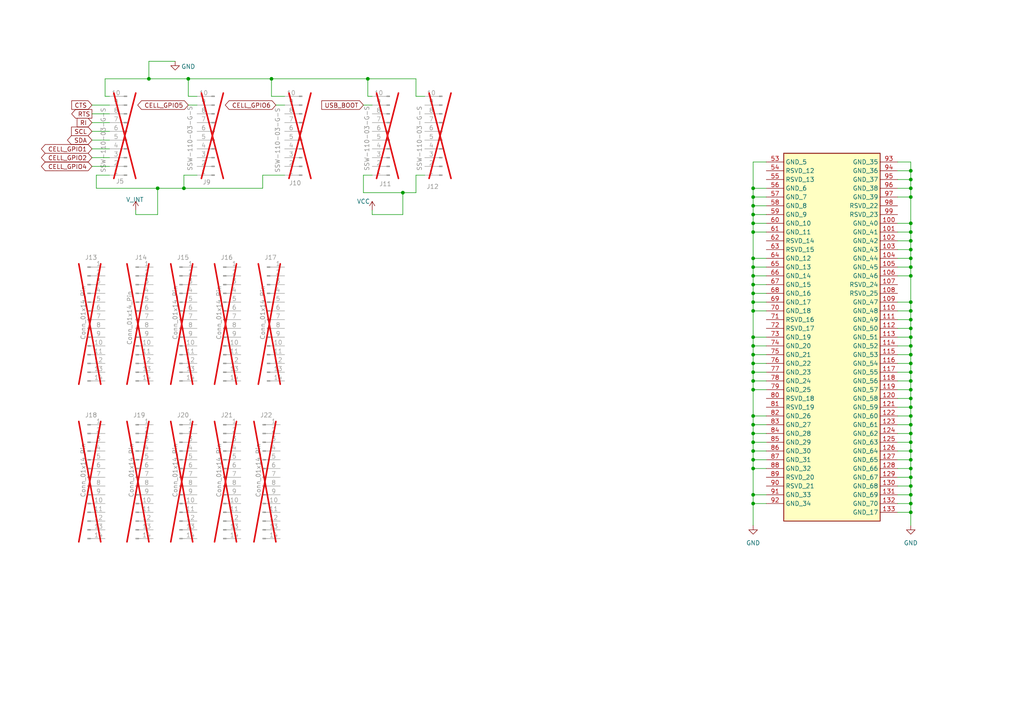
<source format=kicad_sch>
(kicad_sch (version 20250114) (generator "eeschema") (generator_version "9.0")
  (paper "A4")
  (lib_symbols
    (symbol "Connector:Conn_01x14_Pin" (pin_names (offset 1.016) (hide yes))
      (property "Reference" "J" (at 0 17.78 0))
      (property "Value" "Conn_01x14_Pin" (at 0 -20.32 0))
      (symbol "Conn_01x14_Pin_1_1"
        (rectangle (start 0.8636 15.367) (end 0 15.113) (stroke (width 0.1524)) (fill (type outline)))
        (rectangle (start 0.8636 12.827) (end 0 12.573) (stroke (width 0.1524)) (fill (type outline)))
        (rectangle (start 0.8636 10.287) (end 0 10.033) (stroke (width 0.1524)) (fill (type outline)))
        (rectangle (start 0.8636 7.747) (end 0 7.493) (stroke (width 0.1524)) (fill (type outline)))
        (rectangle (start 0.8636 5.207) (end 0 4.953) (stroke (width 0.1524)) (fill (type outline)))
        (rectangle (start 0.8636 2.667) (end 0 2.413) (stroke (width 0.1524)) (fill (type outline)))
        (rectangle (start 0.8636 0.127) (end 0 -0.127) (stroke (width 0.1524)) (fill (type outline)))
        (rectangle (start 0.8636 -2.413) (end 0 -2.667) (stroke (width 0.1524)) (fill (type outline)))
        (rectangle (start 0.8636 -4.953) (end 0 -5.207) (stroke (width 0.1524)) (fill (type outline)))
        (rectangle (start 0.8636 -7.493) (end 0 -7.747) (stroke (width 0.1524)) (fill (type outline)))
        (rectangle (start 0.8636 -10.033) (end 0 -10.287) (stroke (width 0.1524)) (fill (type outline)))
        (rectangle (start 0.8636 -12.573) (end 0 -12.827) (stroke (width 0.1524)) (fill (type outline)))
        (rectangle (start 0.8636 -15.113) (end 0 -15.367) (stroke (width 0.1524)) (fill (type outline)))
        (rectangle (start 0.8636 -17.653) (end 0 -17.907) (stroke (width 0.1524)) (fill (type outline)))
        (polyline (pts (xy 1.27 15.24) (xy 0.8636 15.24)) (stroke (width 0.1524)))
        (polyline (pts (xy 1.27 12.7) (xy 0.8636 12.7)) (stroke (width 0.1524)))
        (polyline (pts (xy 1.27 10.16) (xy 0.8636 10.16)) (stroke (width 0.1524)))
        (polyline (pts (xy 1.27 7.62) (xy 0.8636 7.62)) (stroke (width 0.1524)))
        (polyline (pts (xy 1.27 5.08) (xy 0.8636 5.08)) (stroke (width 0.1524)))
        (polyline (pts (xy 1.27 2.54) (xy 0.8636 2.54)) (stroke (width 0.1524)))
        (polyline (pts (xy 1.27 0) (xy 0.8636 0)) (stroke (width 0.1524)))
        (polyline (pts (xy 1.27 -2.54) (xy 0.8636 -2.54)) (stroke (width 0.1524)))
        (polyline (pts (xy 1.27 -5.08) (xy 0.8636 -5.08)) (stroke (width 0.1524)))
        (polyline (pts (xy 1.27 -7.62) (xy 0.8636 -7.62)) (stroke (width 0.1524)))
        (polyline (pts (xy 1.27 -10.16) (xy 0.8636 -10.16)) (stroke (width 0.1524)))
        (polyline (pts (xy 1.27 -12.7) (xy 0.8636 -12.7)) (stroke (width 0.1524)))
        (polyline (pts (xy 1.27 -15.24) (xy 0.8636 -15.24)) (stroke (width 0.1524)))
        (polyline (pts (xy 1.27 -17.78) (xy 0.8636 -17.78)) (stroke (width 0.1524)))
        (pin passive line (at 5.08 15.24 180) (length 3.81) (name "Pin_1") (number "1"))
        (pin passive line (at 5.08 12.7 180) (length 3.81) (name "Pin_2") (number "2"))
        (pin passive line (at 5.08 10.16 180) (length 3.81) (name "Pin_3") (number "3"))
        (pin passive line (at 5.08 7.62 180) (length 3.81) (name "Pin_4") (number "4"))
        (pin passive line (at 5.08 5.08 180) (length 3.81) (name "Pin_5") (number "5"))
        (pin passive line (at 5.08 2.54 180) (length 3.81) (name "Pin_6") (number "6"))
        (pin passive line (at 5.08 0 180) (length 3.81) (name "Pin_7") (number "7"))
        (pin passive line (at 5.08 -2.54 180) (length 3.81) (name "Pin_8") (number "8"))
        (pin passive line (at 5.08 -5.08 180) (length 3.81) (name "Pin_9") (number "9"))
        (pin passive line (at 5.08 -7.62 180) (length 3.81) (name "Pin_10") (number "10"))
        (pin passive line (at 5.08 -10.16 180) (length 3.81) (name "Pin_11") (number "11"))
        (pin passive line (at 5.08 -12.7 180) (length 3.81) (name "Pin_12") (number "12"))
        (pin passive line (at 5.08 -15.24 180) (length 3.81) (name "Pin_13") (number "13"))
        (pin passive line (at 5.08 -17.78 180) (length 3.81) (name "Pin_14") (number "14"))
      )
    )
    (symbol "power:GND" (power) (pin_numbers (hide yes)) (pin_names (offset 0) (hide yes))
      (property "Value" "GND" (at 0 -3.81 0))
      (symbol "GND_0_1"
        (polyline (pts (xy 0 0) (xy 0 -1.27) (xy 1.27 -1.27) (xy 0 -2.54) (xy -1.27 -1.27) (xy 0 -1.27)))
      )
      (symbol "GND_1_1"
        (pin power_in line (at 0 0 270) (length 0) (name "~") (number "1"))
      )
    )
    (symbol "power:VCC" (power) (pin_numbers (hide yes)) (pin_names (offset 0) (hide yes))
      (property "Value" "VCC" (at 0 3.556 0))
      (symbol "VCC_0_1"
        (polyline (pts (xy -0.762 1.27) (xy 0 2.54)))
        (polyline (pts (xy 0 2.54) (xy 0.762 1.27)))
        (polyline (pts (xy 0 0) (xy 0 2.54)))
      )
      (symbol "VCC_1_1"
        (pin power_in line (at 0 0 90) (length 0) (name "~") (number "1"))
      )
    )
    (symbol "shield_design_library:LEXI-R10801D-00B-00"
      (symbol "LEXI-R10801D-00B-00_1_1"
        (rectangle (start 7.62 7.62) (end 57.15 -41.91) (stroke (width 0.254)) (fill (type background)))
        (pin passive line (at 2.54 0 0) (length 5.08) (name "GND_1") (number "1"))
        (pin passive line (at 2.54 -2.54 0) (length 5.08) (name "RSVD_1") (number "2"))
        (pin passive line (at 2.54 -5.08 0) (length 5.08) (name "GND_2") (number "3"))
        (pin passive line (at 2.54 -7.62 0) (length 5.08) (name "RXD") (number "4"))
        (pin passive line (at 2.54 -10.16 0) (length 5.08) (name "TXD") (number "5"))
        (pin passive line (at 2.54 -12.7 0) (length 5.08) (name "CTS") (number "6"))
        (pin passive line (at 2.54 -15.24 0) (length 5.08) (name "RTS") (number "7"))
        (pin passive line (at 2.54 -17.78 0) (length 5.08) (name "DCD") (number "8"))
        (pin passive line (at 2.54 -20.32 0) (length 5.08) (name "DTR") (number "9"))
        (pin passive line (at 2.54 -22.86 0) (length 5.08) (name "RI") (number "10"))
        (pin passive line (at 2.54 -25.4 0) (length 5.08) (name "DSR") (number "11"))
        (pin passive line (at 2.54 -27.94 0) (length 5.08) (name "SCL") (number "12"))
        (pin passive line (at 2.54 -30.48 0) (length 5.08) (name "SDA") (number "13"))
        (pin passive line (at 16.51 12.7 270) (length 5.08) (name "GND_4") (number "52"))
        (pin passive line (at 16.51 -46.99 90) (length 5.08) (name "GPIO1") (number "14"))
        (pin passive line (at 19.05 12.7 270) (length 5.08) (name "ANT") (number "51"))
        (pin passive line (at 19.05 -46.99 90) (length 5.08) (name "GPIO2") (number "15"))
        (pin passive line (at 21.59 12.7 270) (length 5.08) (name "GND_3") (number "50"))
        (pin passive line (at 21.59 -46.99 90) (length 5.08) (name "GPIO3") (number "16"))
        (pin passive line (at 24.13 12.7 270) (length 5.08) (name "ANT_DET") (number "49"))
        (pin passive line (at 24.13 -46.99 90) (length 5.08) (name "GPIO4") (number "17"))
        (pin passive line (at 26.67 12.7 270) (length 5.08) (name "USB_BOOT") (number "48"))
        (pin passive line (at 26.67 -46.99 90) (length 5.08) (name "GPIO5") (number "18"))
        (pin passive line (at 29.21 12.7 270) (length 5.08) (name "RSVD_11") (number "47"))
        (pin passive line (at 29.21 -46.99 90) (length 5.08) (name "RSVD_2") (number "19"))
        (pin passive line (at 31.75 12.7 270) (length 5.08) (name "RSVD_10") (number "46"))
        (pin passive line (at 31.75 -46.99 90) (length 5.08) (name "USB_D-") (number "20"))
        (pin passive line (at 34.29 12.7 270) (length 5.08) (name "RFCTRL1") (number "45"))
        (pin passive line (at 34.29 -46.99 90) (length 5.08) (name "USB_D+") (number "21"))
        (pin passive line (at 36.83 12.7 270) (length 5.08) (name "RFCTRL2") (number "44"))
        (pin passive line (at 36.83 -46.99 90) (length 5.08) (name "RSVD_3") (number "22"))
        (pin passive line (at 39.37 12.7 270) (length 5.08) (name "V_INT") (number "43"))
        (pin passive line (at 39.37 -46.99 90) (length 5.08) (name "GPIO7") (number "23"))
        (pin passive line (at 41.91 12.7 270) (length 5.08) (name "VCC_3") (number "42"))
        (pin passive line (at 41.91 -46.99 90) (length 5.08) (name "GPIO8") (number "24"))
        (pin passive line (at 44.45 12.7 270) (length 5.08) (name "VCC_2") (number "41"))
        (pin passive line (at 44.45 -46.99 90) (length 5.08) (name "GPIO9") (number "25"))
        (pin passive line (at 46.99 12.7 270) (length 5.08) (name "VCC_1") (number "40"))
        (pin passive line (at 46.99 -46.99 90) (length 5.08) (name "GPIO10") (number "26"))
        (pin passive line (at 62.23 0 180) (length 5.08) (name "RSVD_9") (number "39"))
        (pin passive line (at 62.23 -2.54 180) (length 5.08) (name "RSVD_8") (number "38"))
        (pin passive line (at 62.23 -5.08 180) (length 5.08) (name "RSVD_7") (number "37"))
        (pin passive line (at 62.23 -7.62 180) (length 5.08) (name "RSVD_6") (number "36"))
        (pin passive line (at 62.23 -10.16 180) (length 5.08) (name "RSVD_5") (number "35"))
        (pin passive line (at 62.23 -12.7 180) (length 5.08) (name "RSVD_4") (number "34"))
        (pin passive line (at 62.23 -15.24 180) (length 5.08) (name "VSIM") (number "33"))
        (pin passive line (at 62.23 -17.78 180) (length 5.08) (name "SIM_IO") (number "32"))
        (pin passive line (at 62.23 -20.32 180) (length 5.08) (name "SIM_CLK") (number "31"))
        (pin passive line (at 62.23 -22.86 180) (length 5.08) (name "SIM_RST") (number "30"))
        (pin passive line (at 62.23 -25.4 180) (length 5.08) (name "GPIO6") (number "29"))
        (pin passive line (at 62.23 -27.94 180) (length 5.08) (name "RESET_N") (number "28"))
        (pin passive line (at 62.23 -30.48 180) (length 5.08) (name "PWR_ON") (number "27"))
      )
      (symbol "LEXI-R10801D-00B-00_2_1"
        (rectangle (start 11.43 -2.54) (end 39.37 -109.22) (stroke (width 0.254)) (fill (type background)))
        (pin passive line (at 6.35 -5.08 0) (length 5.08) (name "GND_5") (number "53"))
        (pin passive line (at 6.35 -7.62 0) (length 5.08) (name "RSVD_12") (number "54"))
        (pin passive line (at 6.35 -10.16 0) (length 5.08) (name "RSVD_13") (number "55"))
        (pin passive line (at 6.35 -12.7 0) (length 5.08) (name "GND_6") (number "56"))
        (pin passive line (at 6.35 -15.24 0) (length 5.08) (name "GND_7") (number "57"))
        (pin passive line (at 6.35 -17.78 0) (length 5.08) (name "GND_8") (number "58"))
        (pin passive line (at 6.35 -20.32 0) (length 5.08) (name "GND_9") (number "59"))
        (pin passive line (at 6.35 -22.86 0) (length 5.08) (name "GND_10") (number "60"))
        (pin passive line (at 6.35 -25.4 0) (length 5.08) (name "GND_11") (number "61"))
        (pin passive line (at 6.35 -27.94 0) (length 5.08) (name "RSVD_14") (number "62"))
        (pin passive line (at 6.35 -30.48 0) (length 5.08) (name "RSVD_15") (number "63"))
        (pin passive line (at 6.35 -33.02 0) (length 5.08) (name "GND_12") (number "64"))
        (pin passive line (at 6.35 -35.56 0) (length 5.08) (name "GND_13") (number "65"))
        (pin passive line (at 6.35 -38.1 0) (length 5.08) (name "GND_14") (number "66"))
        (pin passive line (at 6.35 -40.64 0) (length 5.08) (name "GND_15") (number "67"))
        (pin passive line (at 6.35 -43.18 0) (length 5.08) (name "GND_16") (number "68"))
        (pin passive line (at 6.35 -45.72 0) (length 5.08) (name "GND_17") (number "69"))
        (pin passive line (at 6.35 -48.26 0) (length 5.08) (name "GND_18") (number "70"))
        (pin passive line (at 6.35 -50.8 0) (length 5.08) (name "RSVD_16") (number "71"))
        (pin passive line (at 6.35 -53.34 0) (length 5.08) (name "RSVD_17") (number "72"))
        (pin passive line (at 6.35 -55.88 0) (length 5.08) (name "GND_19") (number "73"))
        (pin passive line (at 6.35 -58.42 0) (length 5.08) (name "GND_20") (number "74"))
        (pin passive line (at 6.35 -60.96 0) (length 5.08) (name "GND_21") (number "75"))
        (pin passive line (at 6.35 -63.5 0) (length 5.08) (name "GND_22") (number "76"))
        (pin passive line (at 6.35 -66.04 0) (length 5.08) (name "GND_23") (number "77"))
        (pin passive line (at 6.35 -68.58 0) (length 5.08) (name "GND_24") (number "78"))
        (pin passive line (at 6.35 -71.12 0) (length 5.08) (name "GND_25") (number "79"))
        (pin passive line (at 6.35 -73.66 0) (length 5.08) (name "RSVD_18") (number "80"))
        (pin passive line (at 6.35 -76.2 0) (length 5.08) (name "RSVD_19") (number "81"))
        (pin passive line (at 6.35 -78.74 0) (length 5.08) (name "GND_26") (number "82"))
        (pin passive line (at 6.35 -81.28 0) (length 5.08) (name "GND_27") (number "83"))
        (pin passive line (at 6.35 -83.82 0) (length 5.08) (name "GND_28") (number "84"))
        (pin passive line (at 6.35 -86.36 0) (length 5.08) (name "GND_29") (number "85"))
        (pin passive line (at 6.35 -88.9 0) (length 5.08) (name "GND_30") (number "86"))
        (pin passive line (at 6.35 -91.44 0) (length 5.08) (name "GND_31") (number "87"))
        (pin passive line (at 6.35 -93.98 0) (length 5.08) (name "GND_32") (number "88"))
        (pin passive line (at 6.35 -96.52 0) (length 5.08) (name "RSVD_20") (number "89"))
        (pin passive line (at 6.35 -99.06 0) (length 5.08) (name "RSVD_21") (number "90"))
        (pin passive line (at 6.35 -101.6 0) (length 5.08) (name "GND_33") (number "91"))
        (pin passive line (at 6.35 -104.14 0) (length 5.08) (name "GND_34") (number "92"))
        (pin passive line (at 44.45 -5.08 180) (length 5.08) (name "GND_35") (number "93"))
        (pin passive line (at 44.45 -7.62 180) (length 5.08) (name "GND_36") (number "94"))
        (pin passive line (at 44.45 -10.16 180) (length 5.08) (name "GND_37") (number "95"))
        (pin passive line (at 44.45 -12.7 180) (length 5.08) (name "GND_38") (number "96"))
        (pin passive line (at 44.45 -15.24 180) (length 5.08) (name "GND_39") (number "97"))
        (pin passive line (at 44.45 -17.78 180) (length 5.08) (name "RSVD_22") (number "98"))
        (pin passive line (at 44.45 -20.32 180) (length 5.08) (name "RSVD_23") (number "99"))
        (pin passive line (at 44.45 -22.86 180) (length 5.08) (name "GND_40") (number "100"))
        (pin passive line (at 44.45 -25.4 180) (length 5.08) (name "GND_41") (number "101"))
        (pin passive line (at 44.45 -27.94 180) (length 5.08) (name "GND_42") (number "102"))
        (pin passive line (at 44.45 -30.48 180) (length 5.08) (name "GND_43") (number "103"))
        (pin passive line (at 44.45 -33.02 180) (length 5.08) (name "GND_44") (number "104"))
        (pin passive line (at 44.45 -35.56 180) (length 5.08) (name "GND_45") (number "105"))
        (pin passive line (at 44.45 -38.1 180) (length 5.08) (name "GND_46") (number "106"))
        (pin passive line (at 44.45 -40.64 180) (length 5.08) (name "RSVD_24") (number "107"))
        (pin passive line (at 44.45 -43.18 180) (length 5.08) (name "RSVD_25") (number "108"))
        (pin passive line (at 44.45 -45.72 180) (length 5.08) (name "GND_47") (number "109"))
        (pin passive line (at 44.45 -48.26 180) (length 5.08) (name "GND_48") (number "110"))
        (pin passive line (at 44.45 -50.8 180) (length 5.08) (name "GND_49") (number "111"))
        (pin passive line (at 44.45 -53.34 180) (length 5.08) (name "GND_50") (number "112"))
        (pin passive line (at 44.45 -55.88 180) (length 5.08) (name "GND_51") (number "113"))
        (pin passive line (at 44.45 -58.42 180) (length 5.08) (name "GND_52") (number "114"))
        (pin passive line (at 44.45 -60.96 180) (length 5.08) (name "GND_53") (number "115"))
        (pin passive line (at 44.45 -63.5 180) (length 5.08) (name "GND_54") (number "116"))
        (pin passive line (at 44.45 -66.04 180) (length 5.08) (name "GND_55") (number "117"))
        (pin passive line (at 44.45 -68.58 180) (length 5.08) (name "GND_56") (number "118"))
        (pin passive line (at 44.45 -71.12 180) (length 5.08) (name "GND_57") (number "119"))
        (pin passive line (at 44.45 -73.66 180) (length 5.08) (name "GND_58") (number "120"))
        (pin passive line (at 44.45 -76.2 180) (length 5.08) (name "GND_59") (number "121"))
        (pin passive line (at 44.45 -78.74 180) (length 5.08) (name "GND_60") (number "122"))
        (pin passive line (at 44.45 -81.28 180) (length 5.08) (name "GND_61") (number "123"))
        (pin passive line (at 44.45 -83.82 180) (length 5.08) (name "GND_62") (number "124"))
        (pin passive line (at 44.45 -86.36 180) (length 5.08) (name "GND_63") (number "125"))
        (pin passive line (at 44.45 -88.9 180) (length 5.08) (name "GND_64") (number "126"))
        (pin passive line (at 44.45 -91.44 180) (length 5.08) (name "GND_65") (number "127"))
        (pin passive line (at 44.45 -93.98 180) (length 5.08) (name "GND_66") (number "128"))
        (pin passive line (at 44.45 -96.52 180) (length 5.08) (name "GND_67") (number "129"))
        (pin passive line (at 44.45 -99.06 180) (length 5.08) (name "GND_68") (number "130"))
        (pin passive line (at 44.45 -101.6 180) (length 5.08) (name "GND_69") (number "131"))
        (pin passive line (at 44.45 -104.14 180) (length 5.08) (name "GND_70") (number "132"))
        (pin passive line (at 44.45 -106.68 180) (length 5.08) (name "GND_17") (number "133"))
      )
    )
    (symbol "shield_design_library:SSW-110-03-G-S" (pin_names (offset 1.016) (hide yes))
      (property "Reference" "J" (at 0 12.7 0))
      (property "Value" "SSW-110-03-G-S" (at 0 -15.24 0))
      (symbol "SSW-110-03-G-S_1_1"
        (rectangle (start 0.8636 10.287) (end 0 10.033) (stroke (width 0.1524)) (fill (type outline)))
        (rectangle (start 0.8636 7.747) (end 0 7.493) (stroke (width 0.1524)) (fill (type outline)))
        (rectangle (start 0.8636 5.207) (end 0 4.953) (stroke (width 0.1524)) (fill (type outline)))
        (rectangle (start 0.8636 2.667) (end 0 2.413) (stroke (width 0.1524)) (fill (type outline)))
        (rectangle (start 0.8636 0.127) (end 0 -0.127) (stroke (width 0.1524)) (fill (type outline)))
        (rectangle (start 0.8636 -2.413) (end 0 -2.667) (stroke (width 0.1524)) (fill (type outline)))
        (rectangle (start 0.8636 -4.953) (end 0 -5.207) (stroke (width 0.1524)) (fill (type outline)))
        (rectangle (start 0.8636 -7.493) (end 0 -7.747) (stroke (width 0.1524)) (fill (type outline)))
        (rectangle (start 0.8636 -10.033) (end 0 -10.287) (stroke (width 0.1524)) (fill (type outline)))
        (rectangle (start 0.8636 -12.573) (end 0 -12.827) (stroke (width 0.1524)) (fill (type outline)))
        (polyline (pts (xy 1.27 10.16) (xy 0.8636 10.16)) (stroke (width 0.1524)))
        (polyline (pts (xy 1.27 7.62) (xy 0.8636 7.62)) (stroke (width 0.1524)))
        (polyline (pts (xy 1.27 5.08) (xy 0.8636 5.08)) (stroke (width 0.1524)))
        (polyline (pts (xy 1.27 2.54) (xy 0.8636 2.54)) (stroke (width 0.1524)))
        (polyline (pts (xy 1.27 0) (xy 0.8636 0)) (stroke (width 0.1524)))
        (polyline (pts (xy 1.27 -2.54) (xy 0.8636 -2.54)) (stroke (width 0.1524)))
        (polyline (pts (xy 1.27 -5.08) (xy 0.8636 -5.08)) (stroke (width 0.1524)))
        (polyline (pts (xy 1.27 -7.62) (xy 0.8636 -7.62)) (stroke (width 0.1524)))
        (polyline (pts (xy 1.27 -10.16) (xy 0.8636 -10.16)) (stroke (width 0.1524)))
        (polyline (pts (xy 1.27 -12.7) (xy 0.8636 -12.7)) (stroke (width 0.1524)))
        (pin passive line (at 5.08 10.16 180) (length 3.81) (name "Pin_1") (number "1"))
        (pin passive line (at 5.08 7.62 180) (length 3.81) (name "Pin_2") (number "2"))
        (pin passive line (at 5.08 5.08 180) (length 3.81) (name "Pin_3") (number "3"))
        (pin passive line (at 5.08 2.54 180) (length 3.81) (name "Pin_4") (number "4"))
        (pin passive line (at 5.08 0 180) (length 3.81) (name "Pin_5") (number "5"))
        (pin passive line (at 5.08 -2.54 180) (length 3.81) (name "Pin_6") (number "6"))
        (pin passive line (at 5.08 -5.08 180) (length 3.81) (name "Pin_7") (number "7"))
        (pin passive line (at 5.08 -7.62 180) (length 3.81) (name "Pin_8") (number "8"))
        (pin passive line (at 5.08 -10.16 180) (length 3.81) (name "Pin_9") (number "9"))
        (pin passive line (at 5.08 -12.7 180) (length 3.81) (name "Pin_10") (number "10"))
      )
    )
  )
  (junction (at 218.44 97.79))
  (junction (at 218.44 123.19))
  (junction (at 218.44 133.35))
  (junction (at 106.68 22.86))
  (junction (at 218.44 105.41))
  (junction (at 264.16 138.43))
  (junction (at 218.44 57.15))
  (junction (at 218.44 62.23))
  (junction (at 264.16 120.65))
  (junction (at 218.44 128.27))
  (junction (at 264.16 115.57))
  (junction (at 45.72 54.61))
  (junction (at 218.44 54.61))
  (junction (at 218.44 77.47))
  (junction (at 218.44 130.81))
  (junction (at 264.16 102.87))
  (junction (at 264.16 140.97))
  (junction (at 264.16 130.81))
  (junction (at 264.16 87.63))
  (junction (at 53.34 54.61))
  (junction (at 264.16 100.33))
  (junction (at 264.16 92.71))
  (junction (at 264.16 69.85))
  (junction (at 264.16 95.25))
  (junction (at 264.16 80.01))
  (junction (at 218.44 64.77))
  (junction (at 218.44 74.93))
  (junction (at 264.16 57.15))
  (junction (at 218.44 110.49))
  (junction (at 116.84 55.88))
  (junction (at 264.16 107.95))
  (junction (at 264.16 135.89))
  (junction (at 264.16 72.39))
  (junction (at 264.16 143.51))
  (junction (at 54.61 22.86))
  (junction (at 264.16 148.59))
  (junction (at 264.16 97.79))
  (junction (at 264.16 67.31))
  (junction (at 218.44 113.03))
  (junction (at 264.16 90.17))
  (junction (at 264.16 52.07))
  (junction (at 78.74 22.86))
  (junction (at 264.16 74.93))
  (junction (at 218.44 143.51))
  (junction (at 218.44 80.01))
  (junction (at 218.44 82.55))
  (junction (at 264.16 128.27))
  (junction (at 264.16 77.47))
  (junction (at 218.44 146.05))
  (junction (at 218.44 102.87))
  (junction (at 218.44 87.63))
  (junction (at 218.44 125.73))
  (junction (at 264.16 118.11))
  (junction (at 264.16 105.41))
  (junction (at 264.16 133.35))
  (junction (at 264.16 49.53))
  (junction (at 264.16 110.49))
  (junction (at 218.44 135.89))
  (junction (at 43.18 22.86))
  (junction (at 264.16 64.77))
  (junction (at 218.44 59.69))
  (junction (at 264.16 125.73))
  (junction (at 218.44 85.09))
  (junction (at 264.16 146.05))
  (junction (at 218.44 107.95))
  (junction (at 218.44 100.33))
  (junction (at 218.44 120.65))
  (junction (at 264.16 54.61))
  (junction (at 218.44 90.17))
  (junction (at 218.44 67.31))
  (junction (at 264.16 113.03))
  (junction (at 264.16 123.19))
  (wire (pts (xy 218.44 87.63) (xy 218.44 90.17)))
  (wire (pts (xy 26.67 40.64) (xy 31.75 40.64)))
  (wire (pts (xy 218.44 74.93) (xy 218.44 77.47)))
  (wire (pts (xy 260.35 52.07) (xy 264.16 52.07)))
  (wire (pts (xy 107.95 50.8) (xy 105.41 50.8)))
  (wire (pts (xy 264.16 102.87) (xy 264.16 105.41)))
  (wire (pts (xy 107.95 27.94) (xy 106.68 27.94)))
  (wire (pts (xy 260.35 148.59) (xy 264.16 148.59)))
  (wire (pts (xy 264.16 49.53) (xy 264.16 52.07)))
  (wire (pts (xy 26.67 35.56) (xy 31.75 35.56)))
  (wire (pts (xy 264.16 90.17) (xy 264.16 92.71)))
  (wire (pts (xy 218.44 90.17) (xy 222.25 90.17)))
  (wire (pts (xy 264.16 46.99) (xy 264.16 49.53)))
  (wire (pts (xy 218.44 62.23) (xy 222.25 62.23)))
  (wire (pts (xy 53.34 50.8) (xy 53.34 54.61)))
  (wire (pts (xy 80.01 30.48) (xy 82.55 30.48)))
  (wire (pts (xy 264.16 105.41) (xy 264.16 107.95)))
  (wire (pts (xy 218.44 120.65) (xy 222.25 120.65)))
  (wire (pts (xy 264.16 77.47) (xy 264.16 80.01)))
  (wire (pts (xy 218.44 135.89) (xy 222.25 135.89)))
  (wire (pts (xy 264.16 107.95) (xy 264.16 110.49)))
  (wire (pts (xy 218.44 143.51) (xy 222.25 143.51)))
  (wire (pts (xy 45.72 54.61) (xy 53.34 54.61)))
  (wire (pts (xy 218.44 90.17) (xy 218.44 97.79)))
  (wire (pts (xy 260.35 64.77) (xy 264.16 64.77)))
  (wire (pts (xy 260.35 100.33) (xy 264.16 100.33)))
  (wire (pts (xy 264.16 115.57) (xy 264.16 118.11)))
  (wire (pts (xy 218.44 64.77) (xy 222.25 64.77)))
  (wire (pts (xy 76.2 50.8) (xy 76.2 54.61)))
  (wire (pts (xy 120.65 50.8) (xy 120.65 55.88)))
  (wire (pts (xy 218.44 62.23) (xy 218.44 64.77)))
  (wire (pts (xy 218.44 46.99) (xy 218.44 54.61)))
  (wire (pts (xy 57.15 27.94) (xy 54.61 27.94)))
  (wire (pts (xy 260.35 49.53) (xy 264.16 49.53)))
  (wire (pts (xy 264.16 72.39) (xy 264.16 74.93)))
  (wire (pts (xy 26.67 43.18) (xy 31.75 43.18)))
  (wire (pts (xy 264.16 74.93) (xy 264.16 77.47)))
  (wire (pts (xy 264.16 52.07) (xy 264.16 54.61)))
  (wire (pts (xy 260.35 133.35) (xy 264.16 133.35)))
  (wire (pts (xy 260.35 97.79) (xy 264.16 97.79)))
  (wire (pts (xy 54.61 27.94) (xy 54.61 22.86)))
  (wire (pts (xy 50.8 17.78) (xy 43.18 17.78)))
  (wire (pts (xy 39.37 62.23) (xy 45.72 62.23)))
  (wire (pts (xy 45.72 54.61) (xy 45.72 62.23)))
  (wire (pts (xy 260.35 80.01) (xy 264.16 80.01)))
  (wire (pts (xy 218.44 133.35) (xy 218.44 135.89)))
  (wire (pts (xy 120.65 55.88) (xy 116.84 55.88)))
  (wire (pts (xy 218.44 54.61) (xy 218.44 57.15)))
  (wire (pts (xy 76.2 54.61) (xy 53.34 54.61)))
  (wire (pts (xy 264.16 80.01) (xy 264.16 87.63)))
  (wire (pts (xy 218.44 130.81) (xy 218.44 133.35)))
  (wire (pts (xy 26.67 45.72) (xy 31.75 45.72)))
  (wire (pts (xy 218.44 82.55) (xy 222.25 82.55)))
  (wire (pts (xy 260.35 140.97) (xy 264.16 140.97)))
  (wire (pts (xy 264.16 123.19) (xy 264.16 125.73)))
  (wire (pts (xy 218.44 128.27) (xy 218.44 130.81)))
  (wire (pts (xy 218.44 67.31) (xy 218.44 74.93)))
  (wire (pts (xy 43.18 22.86) (xy 30.48 22.86)))
  (wire (pts (xy 54.61 22.86) (xy 78.74 22.86)))
  (wire (pts (xy 218.44 107.95) (xy 222.25 107.95)))
  (wire (pts (xy 218.44 80.01) (xy 218.44 82.55)))
  (wire (pts (xy 264.16 57.15) (xy 264.16 64.77)))
  (wire (pts (xy 264.16 95.25) (xy 264.16 97.79)))
  (wire (pts (xy 39.37 60.96) (xy 39.37 62.23)))
  (wire (pts (xy 260.35 90.17) (xy 264.16 90.17)))
  (wire (pts (xy 264.16 69.85) (xy 264.16 72.39)))
  (wire (pts (xy 260.35 120.65) (xy 264.16 120.65)))
  (wire (pts (xy 260.35 115.57) (xy 264.16 115.57)))
  (wire (pts (xy 260.35 74.93) (xy 264.16 74.93)))
  (wire (pts (xy 260.35 135.89) (xy 264.16 135.89)))
  (wire (pts (xy 218.44 82.55) (xy 218.44 85.09)))
  (wire (pts (xy 218.44 77.47) (xy 218.44 80.01)))
  (wire (pts (xy 260.35 107.95) (xy 264.16 107.95)))
  (wire (pts (xy 264.16 113.03) (xy 264.16 115.57)))
  (wire (pts (xy 107.95 62.23) (xy 116.84 62.23)))
  (wire (pts (xy 218.44 113.03) (xy 222.25 113.03)))
  (wire (pts (xy 264.16 64.77) (xy 264.16 67.31)))
  (wire (pts (xy 260.35 125.73) (xy 264.16 125.73)))
  (wire (pts (xy 264.16 92.71) (xy 264.16 95.25)))
  (wire (pts (xy 218.44 113.03) (xy 218.44 120.65)))
  (wire (pts (xy 218.44 125.73) (xy 222.25 125.73)))
  (wire (pts (xy 264.16 140.97) (xy 264.16 143.51)))
  (wire (pts (xy 260.35 72.39) (xy 264.16 72.39)))
  (wire (pts (xy 218.44 74.93) (xy 222.25 74.93)))
  (wire (pts (xy 264.16 118.11) (xy 264.16 120.65)))
  (wire (pts (xy 264.16 135.89) (xy 264.16 138.43)))
  (wire (pts (xy 264.16 67.31) (xy 264.16 69.85)))
  (wire (pts (xy 218.44 85.09) (xy 218.44 87.63)))
  (wire (pts (xy 218.44 146.05) (xy 218.44 152.4)))
  (wire (pts (xy 54.61 22.86) (xy 43.18 22.86)))
  (wire (pts (xy 105.41 50.8) (xy 105.41 55.88)))
  (wire (pts (xy 260.35 54.61) (xy 264.16 54.61)))
  (wire (pts (xy 218.44 128.27) (xy 222.25 128.27)))
  (wire (pts (xy 260.35 95.25) (xy 264.16 95.25)))
  (wire (pts (xy 78.74 22.86) (xy 106.68 22.86)))
  (wire (pts (xy 264.16 130.81) (xy 264.16 133.35)))
  (wire (pts (xy 218.44 57.15) (xy 222.25 57.15)))
  (wire (pts (xy 260.35 118.11) (xy 264.16 118.11)))
  (wire (pts (xy 106.68 22.86) (xy 106.68 27.94)))
  (wire (pts (xy 30.48 22.86) (xy 30.48 27.94)))
  (wire (pts (xy 123.19 50.8) (xy 120.65 50.8)))
  (wire (pts (xy 264.16 128.27) (xy 264.16 130.81)))
  (wire (pts (xy 260.35 69.85) (xy 264.16 69.85)))
  (wire (pts (xy 222.25 46.99) (xy 218.44 46.99)))
  (wire (pts (xy 218.44 64.77) (xy 218.44 67.31)))
  (wire (pts (xy 218.44 57.15) (xy 218.44 59.69)))
  (wire (pts (xy 26.67 33.02) (xy 31.75 33.02)))
  (wire (pts (xy 260.35 105.41) (xy 264.16 105.41)))
  (wire (pts (xy 27.94 54.61) (xy 45.72 54.61)))
  (wire (pts (xy 264.16 143.51) (xy 264.16 146.05)))
  (wire (pts (xy 260.35 102.87) (xy 264.16 102.87)))
  (wire (pts (xy 218.44 100.33) (xy 218.44 102.87)))
  (wire (pts (xy 264.16 120.65) (xy 264.16 123.19)))
  (wire (pts (xy 264.16 125.73) (xy 264.16 128.27)))
  (wire (pts (xy 264.16 100.33) (xy 264.16 102.87)))
  (wire (pts (xy 26.67 38.1) (xy 31.75 38.1)))
  (wire (pts (xy 116.84 62.23) (xy 116.84 55.88)))
  (wire (pts (xy 218.44 102.87) (xy 218.44 105.41)))
  (wire (pts (xy 218.44 87.63) (xy 222.25 87.63)))
  (wire (pts (xy 218.44 97.79) (xy 222.25 97.79)))
  (wire (pts (xy 120.65 22.86) (xy 120.65 27.94)))
  (wire (pts (xy 218.44 54.61) (xy 222.25 54.61)))
  (wire (pts (xy 260.35 128.27) (xy 264.16 128.27)))
  (wire (pts (xy 218.44 143.51) (xy 218.44 146.05)))
  (wire (pts (xy 218.44 107.95) (xy 218.44 110.49)))
  (wire (pts (xy 264.16 138.43) (xy 264.16 140.97)))
  (wire (pts (xy 260.35 87.63) (xy 264.16 87.63)))
  (wire (pts (xy 218.44 97.79) (xy 218.44 100.33)))
  (wire (pts (xy 218.44 67.31) (xy 222.25 67.31)))
  (wire (pts (xy 218.44 110.49) (xy 218.44 113.03)))
  (wire (pts (xy 218.44 130.81) (xy 222.25 130.81)))
  (wire (pts (xy 218.44 100.33) (xy 222.25 100.33)))
  (wire (pts (xy 218.44 146.05) (xy 222.25 146.05)))
  (wire (pts (xy 27.94 50.8) (xy 31.75 50.8)))
  (wire (pts (xy 218.44 135.89) (xy 218.44 143.51)))
  (wire (pts (xy 218.44 102.87) (xy 222.25 102.87)))
  (wire (pts (xy 260.35 110.49) (xy 264.16 110.49)))
  (wire (pts (xy 264.16 87.63) (xy 264.16 90.17)))
  (wire (pts (xy 53.34 50.8) (xy 57.15 50.8)))
  (wire (pts (xy 264.16 97.79) (xy 264.16 100.33)))
  (wire (pts (xy 78.74 27.94) (xy 78.74 22.86)))
  (wire (pts (xy 107.95 60.96) (xy 107.95 62.23)))
  (wire (pts (xy 218.44 123.19) (xy 222.25 123.19)))
  (wire (pts (xy 26.67 48.26) (xy 31.75 48.26)))
  (wire (pts (xy 26.67 30.48) (xy 31.75 30.48)))
  (wire (pts (xy 218.44 59.69) (xy 222.25 59.69)))
  (wire (pts (xy 264.16 146.05) (xy 264.16 148.59)))
  (wire (pts (xy 218.44 110.49) (xy 222.25 110.49)))
  (wire (pts (xy 260.35 130.81) (xy 264.16 130.81)))
  (wire (pts (xy 260.35 46.99) (xy 264.16 46.99)))
  (wire (pts (xy 218.44 85.09) (xy 222.25 85.09)))
  (wire (pts (xy 218.44 125.73) (xy 218.44 128.27)))
  (wire (pts (xy 30.48 27.94) (xy 31.75 27.94)))
  (wire (pts (xy 264.16 133.35) (xy 264.16 135.89)))
  (wire (pts (xy 120.65 27.94) (xy 123.19 27.94)))
  (wire (pts (xy 218.44 105.41) (xy 222.25 105.41)))
  (wire (pts (xy 43.18 17.78) (xy 43.18 22.86)))
  (wire (pts (xy 260.35 146.05) (xy 264.16 146.05)))
  (wire (pts (xy 260.35 57.15) (xy 264.16 57.15)))
  (wire (pts (xy 76.2 50.8) (xy 82.55 50.8)))
  (wire (pts (xy 105.41 55.88) (xy 116.84 55.88)))
  (wire (pts (xy 54.61 30.48) (xy 57.15 30.48)))
  (wire (pts (xy 218.44 59.69) (xy 218.44 62.23)))
  (wire (pts (xy 260.35 138.43) (xy 264.16 138.43)))
  (wire (pts (xy 105.41 30.48) (xy 107.95 30.48)))
  (wire (pts (xy 106.68 22.86) (xy 120.65 22.86)))
  (wire (pts (xy 218.44 105.41) (xy 218.44 107.95)))
  (wire (pts (xy 260.35 143.51) (xy 264.16 143.51)))
  (wire (pts (xy 260.35 123.19) (xy 264.16 123.19)))
  (wire (pts (xy 264.16 54.61) (xy 264.16 57.15)))
  (wire (pts (xy 218.44 123.19) (xy 218.44 125.73)))
  (wire (pts (xy 260.35 77.47) (xy 264.16 77.47)))
  (wire (pts (xy 264.16 148.59) (xy 264.16 152.4)))
  (wire (pts (xy 264.16 110.49) (xy 264.16 113.03)))
  (wire (pts (xy 218.44 77.47) (xy 222.25 77.47)))
  (wire (pts (xy 27.94 50.8) (xy 27.94 54.61)))
  (wire (pts (xy 82.55 27.94) (xy 78.74 27.94)))
  (wire (pts (xy 260.35 92.71) (xy 264.16 92.71)))
  (wire (pts (xy 218.44 120.65) (xy 218.44 123.19)))
  (wire (pts (xy 260.35 113.03) (xy 264.16 113.03)))
  (wire (pts (xy 260.35 67.31) (xy 264.16 67.31)))
  (wire (pts (xy 218.44 80.01) (xy 222.25 80.01)))
  (wire (pts (xy 218.44 133.35) (xy 222.25 133.35)))
  (global_label "CELL_GPIO5" (shape bidirectional) (at 54.61 30.48 180) (property "Intersheetrefs" "${INTERSHEET_REFS}" (effects (hide yes))))
  (global_label "CTS" (shape input) (at 26.67 30.48 180) (property "Intersheetrefs" "${INTERSHEET_REFS}" (effects (hide yes))))
  (global_label "CELL_GPIO6" (shape bidirectional) (at 80.01 30.48 180) (property "Intersheetrefs" "${INTERSHEET_REFS}" (effects (hide yes))))
  (global_label "SDA" (shape bidirectional) (at 26.67 40.64 180) (property "Intersheetrefs" "${INTERSHEET_REFS}" (effects (hide yes))))
  (global_label "RTS" (shape output) (at 26.67 33.02 180) (property "Intersheetrefs" "${INTERSHEET_REFS}" (effects (hide yes))))
  (global_label "RI" (shape input) (at 26.67 35.56 180) (property "Intersheetrefs" "${INTERSHEET_REFS}" (effects (hide yes))))
  (global_label "CELL_GPIO4" (shape bidirectional) (at 26.67 48.26 180) (property "Intersheetrefs" "${INTERSHEET_REFS}" (effects (hide yes))))
  (global_label "USB_BOOT" (shape input) (at 105.41 30.48 180) (property "Intersheetrefs" "${INTERSHEET_REFS}" (effects (hide yes))))
  (global_label "CELL_GPIO1" (shape bidirectional) (at 26.67 43.18 180) (property "Intersheetrefs" "${INTERSHEET_REFS}" (effects (hide yes))))
  (global_label "SCL" (shape input) (at 26.67 38.1 180) (property "Intersheetrefs" "${INTERSHEET_REFS}" (effects (hide yes))))
  (global_label "CELL_GPIO2" (shape bidirectional) (at 26.67 45.72 180) (property "Intersheetrefs" "${INTERSHEET_REFS}" (effects (hide yes))))
  (symbol (lib_id "Connector:Conn_01x14_Pin") (at 25.4 92.71 0) (unit 1) (dnp yes)
    (property "Reference" "J13" (at 26.416 74.676 0))
    (property "Value" "Conn_01x14_Pin" (at 24.13 90.678 90))
    (property "Footprint" "Connector_PinHeader_1.00mm:PinHeader_1x14_P1.00mm_Vertical" (effects (hide yes)))
    (property "Description" "Generic connector, single row, 01x14, script generated" (effects (hide yes)))
  )
  (symbol (lib_id "Connector:Conn_01x14_Pin") (at 77.47 92.71 0) (unit 1) (dnp yes)
    (property "Reference" "J17" (at 78.486 74.676 0))
    (property "Value" "Conn_01x14_Pin" (at 76.2 90.678 90))
    (property "Footprint" "Connector_PinHeader_1.00mm:PinHeader_1x14_P1.00mm_Vertical" (effects (hide yes)))
    (property "Description" "Generic connector, single row, 01x14, script generated" (effects (hide yes)))
  )
  (symbol (lib_id "shield_design_library:SSW-110-03-G-S") (at 62.23 40.64 180) (unit 1) (dnp yes)
    (property "Reference" "J9" (at 59.944 52.832 0))
    (property "Value" "SSW-110-03-G-S" (at 55.118 40.132 90))
    (property "Footprint" "footprints2:SSW-110-03-L-S" (effects (hide yes)))
    (property "Description" "Generic connector, single row, 01x10, script generated" (effects (hide yes)))
  )
  (symbol (lib_id "Connector:Conn_01x14_Pin") (at 64.77 92.71 0) (unit 1) (dnp yes)
    (property "Reference" "J16" (at 65.786 74.676 0))
    (property "Value" "Conn_01x14_Pin" (at 63.5 90.678 90))
    (property "Footprint" "Connector_PinHeader_1.00mm:PinHeader_1x14_P1.00mm_Vertical" (effects (hide yes)))
    (property "Description" "Generic connector, single row, 01x14, script generated" (effects (hide yes)))
  )
  (symbol (lib_id "power:GND") (at 264.16 152.4 0) (unit 1)
    (property "Reference" "#PWR039" (effects (hide yes)))
    (property "Value" "GND" (at 264.16 157.48 0))
    (property "Description" "Power symbol creates a global label with name \"GND\" , ground" (effects (hide yes)))
  )
  (symbol (lib_id "Connector:Conn_01x14_Pin") (at 76.2 138.43 0) (unit 1) (dnp yes)
    (property "Reference" "J22" (at 77.216 120.396 0))
    (property "Value" "Conn_01x14_Pin" (at 74.93 136.398 90))
    (property "Footprint" "Connector_PinHeader_1.00mm:PinHeader_1x14_P1.00mm_Vertical" (effects (hide yes)))
    (property "Description" "Generic connector, single row, 01x14, script generated" (effects (hide yes)))
  )
  (symbol (lib_id "shield_design_library:SSW-110-03-G-S") (at 128.27 40.64 180) (unit 1) (dnp yes)
    (property "Reference" "J12" (at 125.476 54.102 0))
    (property "Value" "SSW-110-03-G-S" (at 121.666 40.132 90))
    (property "Footprint" "footprints2:SSW-110-03-L-S" (effects (hide yes)))
    (property "Description" "Generic connector, single row, 01x10, script generated" (effects (hide yes)))
  )
  (symbol (lib_id "Connector:Conn_01x14_Pin") (at 64.77 138.43 0) (unit 1) (dnp yes)
    (property "Reference" "J21" (at 65.786 120.396 0))
    (property "Value" "Conn_01x14_Pin" (at 63.5 136.398 90))
    (property "Footprint" "Connector_PinHeader_1.00mm:PinHeader_1x14_P1.00mm_Vertical" (effects (hide yes)))
    (property "Description" "Generic connector, single row, 01x14, script generated" (effects (hide yes)))
  )
  (symbol (lib_id "shield_design_library:LEXI-R10801D-00B-00") (at 215.9 41.91 0) (unit 2)
    (property "Reference" "IC1" (effects (hide yes)))
    (property "Value" "LEXI-R10801D-00B-00" (effects (hide yes)))
    (property "Footprint" "footprints2:LEXIR10801D00B00" (effects (hide yes)))
    (property "Datasheet" "https://www.u-blox.com/en/product-resources?product_title=LEXI-R10%2520series&legacy=Current&lifecycles=Product%2520evaluation" (effects (hide yes)))
    (property "Description" "Cellular 4G LTE CAT-1 (AT&T/T-Mobile) Transceiver Module Antenna Not Included Surface Mount" (effects (hide yes)))
    (property "Height" "2" (effects (hide yes)))
    (property "Manufacturer_Name" "u-blox" (effects (hide yes)))
    (property "Manufacturer_Part_Number" "LEXI-R10801D-00B-00" (effects (hide yes)))
  )
  (symbol (lib_id "Connector:Conn_01x14_Pin") (at 25.4 138.43 0) (unit 1) (dnp yes)
    (property "Reference" "J18" (at 26.416 120.396 0))
    (property "Value" "Conn_01x14_Pin" (at 24.13 136.398 90))
    (property "Footprint" "Connector_PinHeader_1.00mm:PinHeader_1x14_P1.00mm_Vertical" (effects (hide yes)))
    (property "Description" "Generic connector, single row, 01x14, script generated" (effects (hide yes)))
  )
  (symbol (lib_id "Connector:Conn_01x14_Pin") (at 39.37 92.71 0) (unit 1) (dnp yes)
    (property "Reference" "J14" (at 40.894 74.676 0))
    (property "Value" "Conn_01x14_Pin" (at 37.592 92.202 90))
    (property "Footprint" "Connector_PinHeader_1.00mm:PinHeader_1x14_P1.00mm_Vertical" (effects (hide yes)))
    (property "Description" "Generic connector, single row, 01x14, script generated" (effects (hide yes)))
  )
  (symbol (lib_id "shield_design_library:SSW-110-03-G-S") (at 36.83 40.64 180) (unit 1) (dnp yes)
    (property "Reference" "J5" (at 34.798 52.578 0))
    (property "Value" "SSW-110-03-G-S" (at 29.972 40.64 90))
    (property "Footprint" "footprints2:SSW-110-03-L-S" (effects (hide yes)))
    (property "Description" "Generic connector, single row, 01x10, script generated" (effects (hide yes)))
  )
  (symbol (lib_id "power:GND") (at 50.8 17.78 0) (unit 1)
    (property "Reference" "#PWR045" (effects (hide yes)))
    (property "Value" "GND" (at 54.61 19.304 0))
    (property "Description" "Power symbol creates a global label with name \"GND\" , ground" (effects (hide yes)))
  )
  (symbol (lib_id "shield_design_library:SSW-110-03-G-S") (at 87.63 40.64 180) (unit 1) (dnp yes)
    (property "Reference" "J10" (at 85.598 53.086 0))
    (property "Value" "SSW-110-03-G-S" (at 80.518 40.64 90))
    (property "Footprint" "footprints2:SSW-110-03-L-S" (effects (hide yes)))
    (property "Description" "Generic connector, single row, 01x10, script generated" (effects (hide yes)))
  )
  (symbol (lib_id "Connector:Conn_01x14_Pin") (at 39.37 138.43 0) (unit 1) (dnp yes)
    (property "Reference" "J19" (at 40.386 120.396 0))
    (property "Value" "Conn_01x14_Pin" (at 38.1 136.398 90))
    (property "Footprint" "Connector_PinHeader_1.00mm:PinHeader_1x14_P1.00mm_Vertical" (effects (hide yes)))
    (property "Description" "Generic connector, single row, 01x14, script generated" (effects (hide yes)))
  )
  (symbol (lib_id "power:VCC") (at 39.37 60.96 0) (mirror y) (unit 1)
    (property "Reference" "#PWR046" (effects (hide yes)))
    (property "Value" "V_INT" (at 39.116 57.912 0))
    (property "Description" "Power symbol creates a global label with name \"VCC\"" (effects (hide yes)))
  )
  (symbol (lib_id "Connector:Conn_01x14_Pin") (at 52.07 92.71 0) (unit 1) (dnp yes)
    (property "Reference" "J15" (at 53.086 74.676 0))
    (property "Value" "Conn_01x14_Pin" (at 50.8 90.678 90))
    (property "Footprint" "Connector_PinHeader_1.00mm:PinHeader_1x14_P1.00mm_Vertical" (effects (hide yes)))
    (property "Description" "Generic connector, single row, 01x14, script generated" (effects (hide yes)))
  )
  (symbol (lib_id "power:VCC") (at 107.95 60.96 0) (unit 1)
    (property "Reference" "#PWR047" (effects (hide yes)))
    (property "Value" "VCC" (at 105.41 58.42 0))
    (property "Description" "Power symbol creates a global label with name \"VCC\"" (effects (hide yes)))
  )
  (symbol (lib_id "Connector:Conn_01x14_Pin") (at 52.07 138.43 0) (unit 1) (dnp yes)
    (property "Reference" "J20" (at 53.086 120.396 0))
    (property "Value" "Conn_01x14_Pin" (at 50.8 136.398 90))
    (property "Footprint" "Connector_PinHeader_1.00mm:PinHeader_1x14_P1.00mm_Vertical" (effects (hide yes)))
    (property "Description" "Generic connector, single row, 01x14, script generated" (effects (hide yes)))
  )
  (symbol (lib_id "power:GND") (at 218.44 152.4 0) (unit 1)
    (property "Reference" "#PWR038" (effects (hide yes)))
    (property "Value" "GND" (at 218.44 157.48 0))
    (property "Description" "Power symbol creates a global label with name \"GND\" , ground" (effects (hide yes)))
  )
  (symbol (lib_id "shield_design_library:SSW-110-03-G-S") (at 113.03 40.64 180) (unit 1) (dnp yes)
    (property "Reference" "J11" (at 111.76 53.34 0))
    (property "Value" "SSW-110-03-G-S" (at 106.426 40.132 90))
    (property "Footprint" "footprints2:SSW-110-03-L-S" (effects (hide yes)))
    (property "Description" "Generic connector, single row, 01x10, script generated" (effects (hide yes)))
  )
)
</source>
